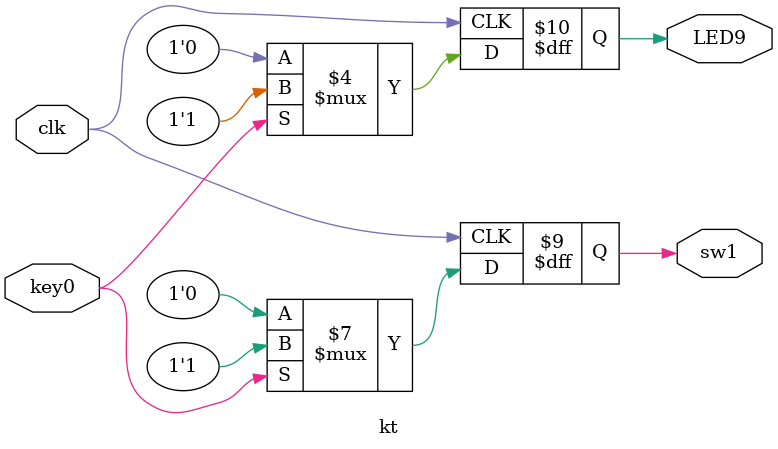
<source format=v>
module kt(key0,sw1,clk,LED9);
input key0;//总开关输入
input clk;
output sw1;//开关显示
output LED9;
reg LED9;
reg sw1;
always @(posedge clk)
begin
if(key0==1'b1)
begin
sw1<=1'b1;
LED9<=1'b1;
end
else
begin
sw1<=1'b0;
LED9<=1'b0;
end
end
endmodule

</source>
